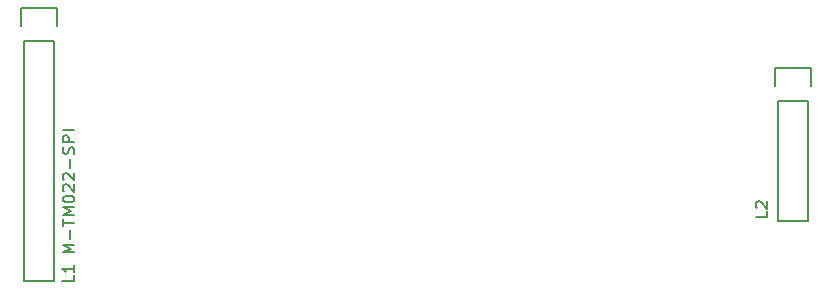
<source format=gto>
G04 #@! TF.FileFunction,Legend,Top*
%FSLAX46Y46*%
G04 Gerber Fmt 4.6, Leading zero omitted, Abs format (unit mm)*
G04 Created by KiCad (PCBNEW 4.0.1-stable) date 2016/05/21 17:47:10*
%MOMM*%
G01*
G04 APERTURE LIST*
%ADD10C,0.100000*%
%ADD11C,0.150000*%
%ADD12C,5.080000*%
%ADD13R,2.032000X1.727200*%
%ADD14O,2.032000X1.727200*%
%ADD15R,1.727200X2.032000*%
%ADD16O,1.727200X2.032000*%
%ADD17R,1.198880X1.699260*%
%ADD18O,1.198880X1.699260*%
%ADD19O,1.600000X1.600000*%
G04 APERTURE END LIST*
D10*
D11*
X89408000Y-61956950D02*
X89408000Y-82276950D01*
X89408000Y-82276950D02*
X91948000Y-82276950D01*
X91948000Y-82276950D02*
X91948000Y-61956950D01*
X89128000Y-59136950D02*
X89128000Y-60686950D01*
X89408000Y-61956950D02*
X91948000Y-61956950D01*
X92228000Y-60686950D02*
X92228000Y-59136950D01*
X92228000Y-59136950D02*
X89128000Y-59136950D01*
X153250900Y-67036950D02*
X153250900Y-77196950D01*
X153250900Y-77196950D02*
X155790900Y-77196950D01*
X155790900Y-77196950D02*
X155790900Y-67036950D01*
X152970900Y-64216950D02*
X152970900Y-65766950D01*
X153250900Y-67036950D02*
X155790900Y-67036950D01*
X156070900Y-65766950D02*
X156070900Y-64216950D01*
X156070900Y-64216950D02*
X152970900Y-64216950D01*
X93644981Y-81776866D02*
X93644981Y-82253057D01*
X92644981Y-82253057D01*
X93644981Y-80919723D02*
X93644981Y-81491152D01*
X93644981Y-81205438D02*
X92644981Y-81205438D01*
X92787838Y-81300676D01*
X92883076Y-81395914D01*
X92930695Y-81491152D01*
X93670381Y-79842666D02*
X92670381Y-79842666D01*
X93384667Y-79509332D01*
X92670381Y-79175999D01*
X93670381Y-79175999D01*
X93289429Y-78699809D02*
X93289429Y-77937904D01*
X92670381Y-77604571D02*
X92670381Y-77033142D01*
X93670381Y-77318857D02*
X92670381Y-77318857D01*
X93670381Y-76699809D02*
X92670381Y-76699809D01*
X93384667Y-76366475D01*
X92670381Y-76033142D01*
X93670381Y-76033142D01*
X92670381Y-75366476D02*
X92670381Y-75271237D01*
X92718000Y-75175999D01*
X92765619Y-75128380D01*
X92860857Y-75080761D01*
X93051333Y-75033142D01*
X93289429Y-75033142D01*
X93479905Y-75080761D01*
X93575143Y-75128380D01*
X93622762Y-75175999D01*
X93670381Y-75271237D01*
X93670381Y-75366476D01*
X93622762Y-75461714D01*
X93575143Y-75509333D01*
X93479905Y-75556952D01*
X93289429Y-75604571D01*
X93051333Y-75604571D01*
X92860857Y-75556952D01*
X92765619Y-75509333D01*
X92718000Y-75461714D01*
X92670381Y-75366476D01*
X92765619Y-74652190D02*
X92718000Y-74604571D01*
X92670381Y-74509333D01*
X92670381Y-74271237D01*
X92718000Y-74175999D01*
X92765619Y-74128380D01*
X92860857Y-74080761D01*
X92956095Y-74080761D01*
X93098952Y-74128380D01*
X93670381Y-74699809D01*
X93670381Y-74080761D01*
X92765619Y-73699809D02*
X92718000Y-73652190D01*
X92670381Y-73556952D01*
X92670381Y-73318856D01*
X92718000Y-73223618D01*
X92765619Y-73175999D01*
X92860857Y-73128380D01*
X92956095Y-73128380D01*
X93098952Y-73175999D01*
X93670381Y-73747428D01*
X93670381Y-73128380D01*
X93289429Y-72699809D02*
X93289429Y-71937904D01*
X93622762Y-71509333D02*
X93670381Y-71366476D01*
X93670381Y-71128380D01*
X93622762Y-71033142D01*
X93575143Y-70985523D01*
X93479905Y-70937904D01*
X93384667Y-70937904D01*
X93289429Y-70985523D01*
X93241810Y-71033142D01*
X93194190Y-71128380D01*
X93146571Y-71318857D01*
X93098952Y-71414095D01*
X93051333Y-71461714D01*
X92956095Y-71509333D01*
X92860857Y-71509333D01*
X92765619Y-71461714D01*
X92718000Y-71414095D01*
X92670381Y-71318857D01*
X92670381Y-71080761D01*
X92718000Y-70937904D01*
X93670381Y-70509333D02*
X92670381Y-70509333D01*
X92670381Y-70128380D01*
X92718000Y-70033142D01*
X92765619Y-69985523D01*
X92860857Y-69937904D01*
X93003714Y-69937904D01*
X93098952Y-69985523D01*
X93146571Y-70033142D01*
X93194190Y-70128380D01*
X93194190Y-70509333D01*
X93670381Y-69509333D02*
X92670381Y-69509333D01*
X152344381Y-76366666D02*
X152344381Y-76842857D01*
X151344381Y-76842857D01*
X151439619Y-76080952D02*
X151392000Y-76033333D01*
X151344381Y-75938095D01*
X151344381Y-75699999D01*
X151392000Y-75604761D01*
X151439619Y-75557142D01*
X151534857Y-75509523D01*
X151630095Y-75509523D01*
X151772952Y-75557142D01*
X152344381Y-76128571D01*
X152344381Y-75509523D01*
%LPC*%
D12*
X153301700Y-87896700D03*
X153301700Y-53797200D03*
D13*
X90678000Y-60686950D03*
D14*
X90678000Y-63226950D03*
X90678000Y-65766950D03*
X90678000Y-68306950D03*
X90678000Y-70846950D03*
X90678000Y-73386950D03*
X90678000Y-75926950D03*
X90678000Y-78466950D03*
X90678000Y-81006950D03*
D15*
X141767560Y-79852520D03*
D16*
X144307560Y-79852520D03*
X146847560Y-79852520D03*
D17*
X122158760Y-84328000D03*
D18*
X120157240Y-84328000D03*
D17*
X129016760Y-84328000D03*
D18*
X127015240Y-84328000D03*
D17*
X135874760Y-84328000D03*
D18*
X133873240Y-84328000D03*
D19*
X99060000Y-87884000D03*
X99060000Y-85344000D03*
X99060000Y-82804000D03*
X99060000Y-80264000D03*
X99060000Y-77724000D03*
X99060000Y-75184000D03*
X99060000Y-72644000D03*
X99060000Y-70104000D03*
X99060000Y-67564000D03*
X99060000Y-65024000D03*
X99060000Y-62484000D03*
X99060000Y-59944000D03*
X99060000Y-57404000D03*
X99060000Y-54864000D03*
X114300000Y-54864000D03*
X114300000Y-57404000D03*
X114300000Y-59944000D03*
X114300000Y-62484000D03*
X114300000Y-65024000D03*
X114300000Y-67564000D03*
X114300000Y-70104000D03*
X114300000Y-72644000D03*
X114300000Y-75184000D03*
X114300000Y-77724000D03*
X114300000Y-80264000D03*
X114300000Y-82804000D03*
X114300000Y-85344000D03*
X114300000Y-87884000D03*
D12*
X91897200Y-53797200D03*
X91897200Y-87896700D03*
D17*
X122158760Y-77216000D03*
D18*
X120157240Y-77216000D03*
D17*
X129016760Y-77216000D03*
D18*
X127015240Y-77216000D03*
D17*
X135874760Y-77216000D03*
D18*
X133873240Y-77216000D03*
D17*
X122158760Y-69088000D03*
D18*
X120157240Y-69088000D03*
D17*
X129016760Y-69088000D03*
D18*
X127015240Y-69088000D03*
D17*
X135895080Y-69095620D03*
D18*
X133893560Y-69095620D03*
D17*
X142908020Y-69039740D03*
D18*
X140906500Y-69039740D03*
D17*
X122905520Y-60452000D03*
D18*
X118902480Y-60452000D03*
X120904000Y-60452000D03*
D17*
X132049520Y-60452000D03*
D18*
X128046480Y-60452000D03*
X130048000Y-60452000D03*
D17*
X141193520Y-60452000D03*
D18*
X137190480Y-60452000D03*
X139192000Y-60452000D03*
D17*
X148021040Y-60441840D03*
D18*
X146019520Y-60441840D03*
D13*
X154520900Y-65766950D03*
D14*
X154520900Y-68306950D03*
X154520900Y-70846950D03*
X154520900Y-73386950D03*
X154520900Y-75926950D03*
M02*

</source>
